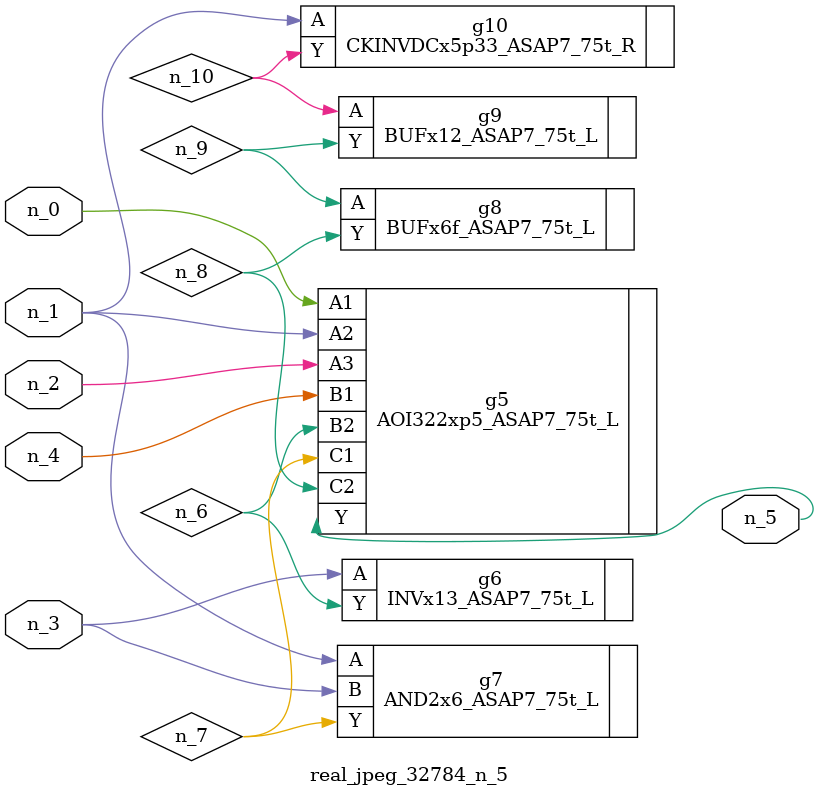
<source format=v>
module real_jpeg_32784_n_5 (n_4, n_0, n_1, n_2, n_3, n_5);

input n_4;
input n_0;
input n_1;
input n_2;
input n_3;

output n_5;

wire n_8;
wire n_6;
wire n_7;
wire n_10;
wire n_9;

AOI322xp5_ASAP7_75t_L g5 ( 
.A1(n_0),
.A2(n_1),
.A3(n_2),
.B1(n_4),
.B2(n_6),
.C1(n_7),
.C2(n_8),
.Y(n_5)
);

AND2x6_ASAP7_75t_L g7 ( 
.A(n_1),
.B(n_3),
.Y(n_7)
);

CKINVDCx5p33_ASAP7_75t_R g10 ( 
.A(n_1),
.Y(n_10)
);

INVx13_ASAP7_75t_L g6 ( 
.A(n_3),
.Y(n_6)
);

BUFx6f_ASAP7_75t_L g8 ( 
.A(n_9),
.Y(n_8)
);

BUFx12_ASAP7_75t_L g9 ( 
.A(n_10),
.Y(n_9)
);


endmodule
</source>
